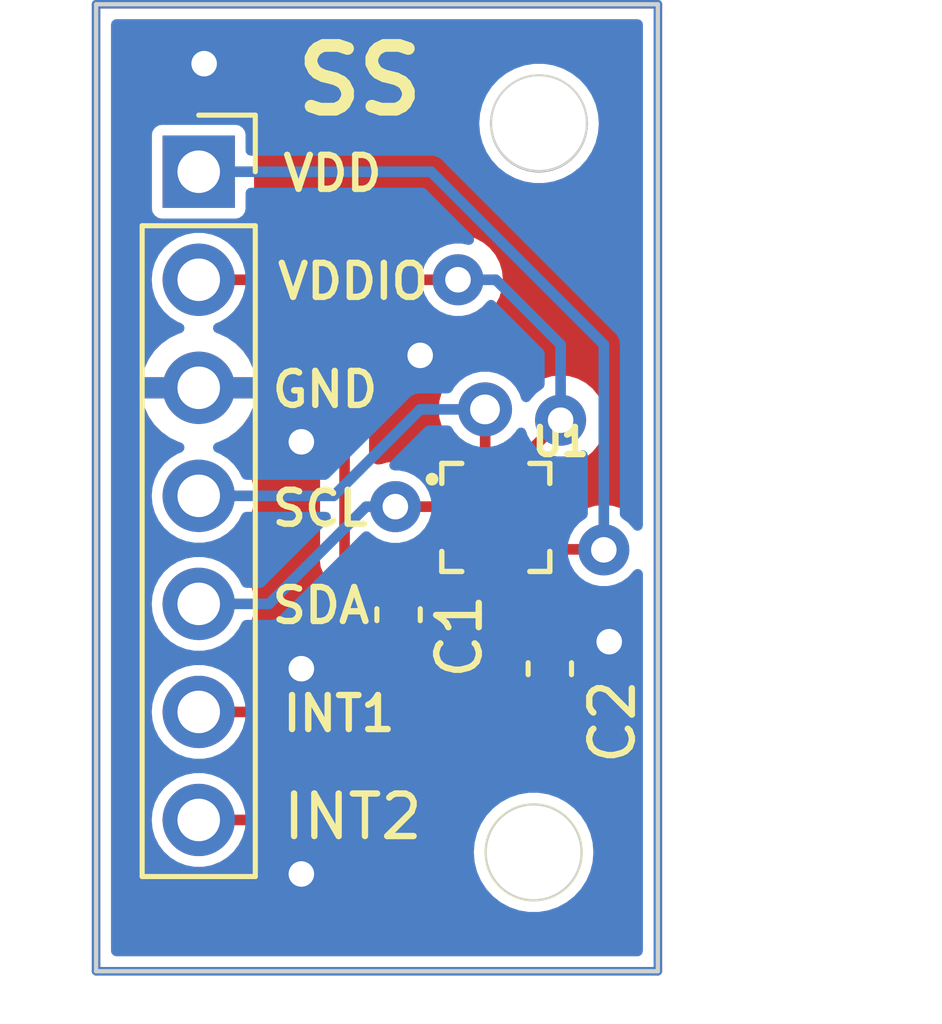
<source format=kicad_pcb>
(kicad_pcb (version 20221018) (generator pcbnew)
  (layers (0 "F.Cu" signal) (31 "B.Cu" signal) (34 "B.Paste" user) (35 "F.Paste" user) (36 "B.SilkS" user "B.Silkscreen") (37 "F.SilkS" user "F.Silkscreen") (38 "B.Mask" user) (39 "F.Mask" user) (44 "Edge.Cuts" user))
  (net 0 "")
  (net 1 "VDDIO")
  (net 2 "GND")
  (net 3 "VDD")
  (net 4 "INT2")
  (net 5 "INT1")
  (net 6 "SCL")
  (net 7 "SDA")
  (footprint "MountingHole:MountingHole_2.2mm_M2" (layer "F.Cu") (at 70.866 82.169)
    (fp_text reference "REF**" hide)
    (fp_text value "MountingHole_2.2mm_M2")
    (pad "" np_thru_hole circle (at 0 0) (size 2.2 2.2) (drill 2.2) (layers "*.Cu" "*.Mask"))
  )
  (footprint "Capacitor_SMD:C_0603_1608Metric" (layer "F.Cu") (at 67.564 93.726 -90)
    (fp_text reference "C1" (at 0.508 -1.43 90) (layer "F.SilkS"))
    (fp_text value "100nF")
    (fp_line (start -0.14058 -0.51) (end 0.14058 -0.51) (stroke (width 0.12)) (layer "F.SilkS"))
    (fp_line (start -0.14058 0.51) (end 0.14058 0.51) (stroke (width 0.12)) (layer "F.SilkS"))
    (pad "1" smd roundrect (at -0.775 0 270) (size 0.9 0.95) (layers "F.Cu" "F.Paste" "F.Mask") (net 1 "VDDIO"))
    (pad "2" smd roundrect (at 0.775 0 270) (size 0.9 0.95) (layers "F.Cu" "F.Paste" "F.Mask") (net 2 "GND"))
  )
  (footprint "Capacitor_SMD:C_0603_1608Metric" (layer "F.Cu") (at 71.12 94.996 -90)
    (fp_text reference "C2" (at 1.2446 -1.4732 90) (layer "F.SilkS"))
    (fp_text value "100nF")
    (fp_line (start -0.14058 -0.51) (end 0.14058 -0.51) (stroke (width 0.12)) (layer "F.SilkS"))
    (fp_line (start -0.14058 0.51) (end 0.14058 0.51) (stroke (width 0.12)) (layer "F.SilkS"))
    (pad "1" smd roundrect (at -0.775 0 270) (size 0.9 0.95) (layers "F.Cu" "F.Paste" "F.Mask") (net 3 "VDD"))
    (pad "2" smd roundrect (at 0.775 0 270) (size 0.9 0.95) (layers "F.Cu" "F.Paste" "F.Mask") (net 2 "GND"))
  )
  (footprint "TESIS:XDCR_BMA400" (layer "F.Cu") (at 69.85 91.44)
    (fp_text reference "U1" (at 1.524 -1.778) (layer "F.SilkS") (effects (font (size 0.64 0.64))))
    (fp_text value "BMA400")
    (fp_line (start -1.27 -1.27) (end -1.27 -0.8) (stroke (width 0.127)) (layer "F.SilkS"))
    (fp_line (start -1.27 -1.27) (end -0.8 -1.27) (stroke (width 0.127)) (layer "F.SilkS"))
    (fp_line (start -1.27 1.27) (end -1.27 0.8) (stroke (width 0.127)) (layer "F.SilkS"))
    (fp_line (start -1.27 1.27) (end -0.8 1.27) (stroke (width 0.127)) (layer "F.SilkS"))
    (fp_line (start 1.27 -1.27) (end 0.8 -1.27) (stroke (width 0.127)) (layer "F.SilkS"))
    (fp_line (start 1.27 -1.27) (end 1.27 -0.8) (stroke (width 0.127)) (layer "F.SilkS"))
    (fp_line (start 1.27 1.27) (end 0.8 1.27) (stroke (width 0.127)) (layer "F.SilkS"))
    (fp_line (start 1.27 1.27) (end 1.27 0.8) (stroke (width 0.127)) (layer "F.SilkS"))
    (fp_circle (center -1.5 -0.9) (end -1.425 -0.9) (stroke (width 0.15)) (fill none) (layer "F.SilkS"))
    (pad "1" smd rect (at -0.775 -0.75) (size 0.35 0.3) (layers "F.Cu") (net 2 "GND"))
    (pad "2" smd rect (at -0.775 -0.25) (size 0.35 0.3) (layers "F.Cu") (net 7 "SDA"))
    (pad "3" smd rect (at -0.775 0.25) (size 0.35 0.3) (layers "F.Cu") (net 1 "VDDIO"))
    (pad "4" smd rect (at -0.775 0.75) (size 0.35 0.3) (layers "F.Cu"))
    (pad "5" smd rect (at -0.25 0.775) (size 0.3 0.35) (layers "F.Cu") (net 5 "INT1"))
    (pad "6" smd rect (at 0.25 0.775) (size 0.3 0.35) (layers "F.Cu") (net 4 "INT2"))
    (pad "7" smd rect (at 0.775 0.75) (size 0.35 0.3) (layers "F.Cu") (net 3 "VDD"))
    (pad "8" smd rect (at 0.775 0.25) (size 0.35 0.3) (layers "F.Cu") (net 2 "GND"))
    (pad "9" smd rect (at 0.775 -0.25) (size 0.35 0.3) (layers "F.Cu") (net 2 "GND"))
    (pad "10" smd rect (at 0.775 -0.75) (size 0.35 0.3) (layers "F.Cu") (net 1 "VDDIO"))
    (pad "11" smd rect (at 0.25 -0.775) (size 0.3 0.35) (layers "F.Cu"))
    (pad "12" smd rect (at -0.25 -0.775) (size 0.3 0.35) (layers "F.Cu") (net 6 "SCL"))
    (zone (net 0) (net_name "") (layer "F.Cu") (connect_pads (clearance 0)) (min_thickness 0.01)
      (keepout (tracks not_allowed) (vias not_allowed) (pads not_allowed) (copperpour not_allowed) (footprints allowed))
      (fill (thermal_gap 0.508) (thermal_bridge_width 0.508))
      (polygon (pts (xy 69.375 90.965) (xy 70.325 90.965) (xy 70.325 91.915) (xy 69.375 91.915)))
    )
  )
  (footprint "Connector_PinSocket_2.54mm:PinSocket_1x07_P2.54mm_Vertical" (layer "F.Cu") (at 62.865 83.312)
    (fp_text reference "J1" hide)
    (fp_text value "Conn_01x07")
    (fp_line (start -1.33 1.27) (end -1.33 16.57) (stroke (width 0.12)) (layer "F.SilkS"))
    (fp_line (start -1.33 1.27) (end 1.33 1.27) (stroke (width 0.12)) (layer "F.SilkS"))
    (fp_line (start -1.33 16.57) (end 1.33 16.57) (stroke (width 0.12)) (layer "F.SilkS"))
    (fp_line (start 0 -1.33) (end 1.33 -1.33) (stroke (width 0.12)) (layer "F.SilkS"))
    (fp_line (start 1.33 -1.33) (end 1.33 0) (stroke (width 0.12)) (layer "F.SilkS"))
    (fp_line (start 1.33 1.27) (end 1.33 16.57) (stroke (width 0.12)) (layer "F.SilkS"))
    (pad "1" thru_hole rect (at 0 0) (size 1.7 1.7) (drill 1) (layers "*.Cu" "*.Mask") (net 3 "VDD"))
    (pad "2" thru_hole oval (at 0 2.54) (size 1.7 1.7) (drill 1) (layers "*.Cu" "*.Mask") (net 1 "VDDIO"))
    (pad "3" thru_hole oval (at 0 5.08) (size 1.7 1.7) (drill 1) (layers "*.Cu" "*.Mask") (net 2 "GND"))
    (pad "4" thru_hole oval (at 0 7.62) (size 1.7 1.7) (drill 1) (layers "*.Cu" "*.Mask") (net 6 "SCL"))
    (pad "5" thru_hole oval (at 0 10.16) (size 1.7 1.7) (drill 1) (layers "*.Cu" "*.Mask") (net 7 "SDA"))
    (pad "6" thru_hole oval (at 0 12.7) (size 1.7 1.7) (drill 1) (layers "*.Cu" "*.Mask") (net 5 "INT1"))
    (pad "7" thru_hole oval (at 0 15.24) (size 1.7 1.7) (drill 1) (layers "*.Cu" "*.Mask") (net 4 "INT2"))
  )
  (footprint "MountingHole:MountingHole_2.2mm_M2" (layer "F.Cu") (at 70.739 99.314)
    (fp_text reference "REF**" hide)
    (fp_text value "MountingHole_2.2mm_M2")
    (pad "" np_thru_hole circle (at 0 0) (size 2.2 2.2) (drill 2.2) (layers "*.Cu" "*.Mask"))
  )
  (gr_line (start 60.452 79.375) (end 60.452 102.108) (stroke (width 0.2)) (layer "F.Cu"))
  (gr_line (start 73.66 102.108) (end 73.66 79.375) (stroke (width 0.2)) (layer "F.Cu"))
  (gr_circle (center 70.739 99.314) (end 71.839 99.314) (stroke (width 0.1)) (fill none) (layer "F.Cu"))
  (gr_line (start 60.452 102.108) (end 73.66 102.108) (stroke (width 0.2)) (layer "F.Cu"))
  (gr_circle (center 70.866 82.1768) (end 71.966 82.1768) (stroke (width 0.1)) (fill none) (layer "F.Cu"))
  (gr_line (start 73.66 79.375) (end 60.452 79.375) (stroke (width 0.2)) (layer "F.Cu"))
  (gr_circle (center 70.739 99.314) (end 71.839 99.314) (stroke (width 0.1)) (fill none) (layer "B.Cu"))
  (gr_line (start 73.66 102.108) (end 60.452 102.108) (stroke (width 0.2)) (layer "B.Cu"))
  (gr_line (start 60.452 102.108) (end 60.452 79.375) (stroke (width 0.2)) (layer "B.Cu"))
  (gr_line (start 73.66 79.375) (end 73.66 102.108) (stroke (width 0.2)) (layer "B.Cu"))
  (gr_line (start 60.452 79.375) (end 73.66 79.375) (stroke (width 0.2)) (layer "B.Cu"))
  (gr_circle (center 70.866 82.1768) (end 71.966 82.1768) (stroke (width 0.1)) (fill none) (layer "B.Cu"))
  (gr_circle (center 70.866 82.17) (end 71.966 82.17) (stroke (width 0.1)) (fill none) (layer "F.SilkS"))
  (gr_circle (center 70.739 99.314) (end 71.849 99.314) (stroke (width 0.1)) (fill none) (layer "F.SilkS"))
  (gr_line (start 73.66 79.375) (end 73.66 102.108) (stroke (width 0.1)) (layer "Edge.Cuts"))
  (gr_line (start 60.452 79.375) (end 73.66 79.375) (stroke (width 0.1)) (layer "Edge.Cuts"))
  (gr_line (start 73.66 102.108) (end 60.452 102.108) (stroke (width 0.1)) (layer "Edge.Cuts"))
  (gr_line (start 60.452 102.108) (end 60.452 79.375) (stroke (width 0.1)) (layer "Edge.Cuts"))
  (gr_circle (center 70.866 82.169) (end 71.966 82.169) (stroke (width 0.1)) (fill none) (layer "Edge.Cuts"))
  (gr_circle (center 70.739 99.314) (end 71.839 99.314) (stroke (width 0.1)) (fill none) (layer "Edge.Cuts"))
  (gr_text "SCL" (at 64.516 91.694) (layer "F.SilkS") (effects (font (size 0.8 0.8)) (justify left bottom)))
  (gr_text "VDDIO" (at 64.643 86.36) (layer "F.SilkS") (effects (font (size 0.8 0.8) (thickness 0.15) bold) (justify left bottom)))
  (gr_text "INT1\n" (at 64.77 96.52) (layer "F.SilkS") (effects (font (size 0.8 0.8)) (justify left bottom)))
  (gr_text "GND" (at 64.516 88.9) (layer "F.SilkS") (effects (font (size 0.8 0.8)) (justify left bottom)))
  (gr_text "SS" (at 65.024 82.042) (layer "F.SilkS") (effects (font (size 1.5 1.5) (thickness 0.3) bold) (justify left bottom)))
  (gr_text "VDD" (at 64.77 83.82) (layer "F.SilkS") (effects (font (size 0.8 0.8) (thickness 0.15) bold) (justify left bottom)))
  (gr_text "SDA" (at 64.516 93.98) (layer "F.SilkS") (effects (font (size 0.8 0.8)) (justify left bottom)))
  (gr_text "INT2" (at 64.77 99.06) (layer "F.SilkS") (effects (font (size 1 1)) (justify left bottom)))
  (segment (start 71.374 89.154) (end 71.361 89.167) (width 0.25) (layer "F.Cu") (net 1))
  (segment (start 65.532 85.852) (end 64.77 85.852) (width 0.25) (layer "F.Cu") (net 1))
  (segment (start 68.326 92.71) (end 68.085 92.951) (width 0.25) (layer "F.Cu") (net 1))
  (segment (start 68.326 91.948) (end 68.326 92.71) (width 0.25) (layer "F.Cu") (net 1))
  (segment (start 68.584 91.69) (end 68.326 91.948) (width 0.25) (layer "F.Cu") (net 1))
  (segment (start 71.374 89.154) (end 70.625 89.903) (width 0.25) (layer "F.Cu") (net 1))
  (segment (start 70.625 89.903) (end 70.625 90.69) (width 0.25) (layer "F.Cu") (net 1))
  (segment (start 64.77 85.852) (end 62.865 85.852) (width 0.25) (layer "F.Cu") (net 1))
  (segment (start 68.085 92.951) (end 66.789 92.951) (width 0.25) (layer "F.Cu") (net 1))
  (segment (start 68.961 85.852) (end 64.77 85.852) (width 0.25) (layer "F.Cu") (net 1))
  (segment (start 66.294 86.614) (end 65.532 85.852) (width 0.25) (layer "F.Cu") (net 1))
  (segment (start 69.075 91.69) (end 68.584 91.69) (width 0.25) (layer "F.Cu") (net 1))
  (segment (start 66.294 92.456) (end 66.294 86.614) (width 0.25) (layer "F.Cu") (net 1))
  (segment (start 66.789 92.951) (end 66.294 92.456) (width 0.25) (layer "F.Cu") (net 1))
  (via (at 68.961 85.852) (size 1.2) (drill 0.6) (layers "F.Cu" "B.Cu") (net 1))
  (via (at 71.374 89.154) (size 1.2) (drill 0.6) (layers "F.Cu" "B.Cu") (net 1))
  (segment (start 68.961 85.852) (end 69.85 85.852) (width 0.25) (layer "B.Cu") (net 1))
  (segment (start 69.85 85.852) (end 71.374 87.376) (width 0.25) (layer "B.Cu") (net 1))
  (segment (start 71.374 87.376) (end 71.374 89.154) (width 0.25) (layer "B.Cu") (net 1))
  (via (at 65.278 94.996) (size 1.2) (drill 0.6) (layers "F.Cu" "B.Cu") (net 2))
  (via (at 65.278 99.822) (size 1.2) (drill 0.6) (layers "F.Cu" "B.Cu") (net 2))
  (via (at 65.278 89.662) (size 1.2) (drill 0.6) (layers "F.Cu" "B.Cu") (net 2))
  (via (at 62.992 80.772) (size 1.2) (drill 0.6) (layers "F.Cu" "B.Cu") (net 2))
  (via (at 72.517 94.361) (size 1.2) (drill 0.6) (layers "F.Cu" "B.Cu") (net 2))
  (via (at 68.072 87.63) (size 1.2) (drill 0.6) (layers "F.Cu" "B.Cu") (net 2))
  (segment (start 70.625 92.19) (end 70.625 92.723) (width 0.25) (layer "F.Cu") (net 3))
  (segment (start 70.625 92.723) (end 71.12 93.218) (width 0.25) (layer "F.Cu") (net 3))
  (segment (start 71.12 93.218) (end 71.12 94.221) (width 0.25) (layer "F.Cu") (net 3))
  (segment (start 72.378 92.19) (end 70.625 92.19) (width 0.25) (layer "F.Cu") (net 3))
  (segment (start 72.39 92.202) (end 72.378 92.19) (width 0.25) (layer "F.Cu") (net 3))
  (via (at 72.39 92.202) (size 1.2) (drill 0.6) (layers "F.Cu" "B.Cu") (net 3))
  (segment (start 72.39 92.202) (end 72.39 87.376) (width 0.25) (layer "B.Cu") (net 3))
  (segment (start 68.326 83.312) (end 62.865 83.312) (width 0.25) (layer "B.Cu") (net 3))
  (segment (start 72.39 87.376) (end 68.326 83.312) (width 0.25) (layer "B.Cu") (net 3))
  (segment (start 70.1 92.96) (end 70.104 92.964) (width 0.25) (layer "F.Cu") (net 4))
  (segment (start 70.1 92.215) (end 70.1 92.96) (width 0.25) (layer "F.Cu") (net 4))
  (segment (start 70.104 92.964) (end 70.104 94.742) (width 0.25) (layer "F.Cu") (net 4))
  (segment (start 66.294 98.552) (end 62.865 98.552) (width 0.25) (layer "F.Cu") (net 4))
  (segment (start 70.104 94.742) (end 66.294 98.552) (width 0.25) (layer "F.Cu") (net 4))
  (segment (start 69.6 94.609604) (end 69.6 92.215) (width 0.25) (layer "F.Cu") (net 5))
  (segment (start 62.865 96.012) (end 68.197604 96.012) (width 0.25) (layer "F.Cu") (net 5))
  (segment (start 68.197604 96.012) (end 69.6 94.609604) (width 0.25) (layer "F.Cu") (net 5))
  (segment (start 69.6 88.904) (end 69.6 90.665) (width 0.25) (layer "F.Cu") (net 6))
  (segment (start 69.596 88.9) (end 69.6 88.904) (width 0.25) (layer "F.Cu") (net 6))
  (via (at 69.596 88.9) (size 1.27) (drill 0.7) (layers "F.Cu" "B.Cu") (net 6))
  (segment (start 69.596 88.9) (end 68.072 88.9) (width 0.25) (layer "B.Cu") (net 6))
  (segment (start 66.04 90.932) (end 62.865 90.932) (width 0.25) (layer "B.Cu") (net 6))
  (segment (start 68.072 88.9) (end 66.04 90.932) (width 0.25) (layer "B.Cu") (net 6))
  (segment (start 67.4878 91.186) (end 69.071 91.186) (width 0.25) (layer "F.Cu") (net 7))
  (segment (start 69.071 91.186) (end 69.075 91.19) (width 0.25) (layer "F.Cu") (net 7))
  (via (at 67.4878 91.186) (size 1.2) (drill 0.6) (layers "F.Cu" "B.Cu") (net 7))
  (segment (start 67.4878 91.186) (end 66.802 91.186) (width 0.25) (layer "B.Cu") (net 7))
  (segment (start 66.802 91.186) (end 64.516 93.472) (width 0.25) (layer "B.Cu") (net 7))
  (segment (start 64.516 93.472) (end 62.865 93.472) (width 0.25) (layer "B.Cu") (net 7))
  (zone (net 2) (net_name "GND") (layer "F.Cu") (connect_pads (clearance 0.45)) (min_thickness 0.45) (fill yes (thermal_gap 0.5) (thermal_bridge_width 0.5))
    (polygon (pts (xy 73.66 79.375) (xy 73.66 102.108) (xy 60.452 102.108) (xy 60.452 79.375)))
  )
  (zone (net 2) (net_name "GND") (layer "B.Cu") (priority 1) (connect_pads (clearance 0.25)) (min_thickness 0.25) (fill yes (thermal_gap 0.5) (thermal_bridge_width 0.5))
    (polygon (pts (xy 73.787 79.375) (xy 73.66 102.108) (xy 60.452 102.108) (xy 60.579 79.375)))
  )
)
</source>
